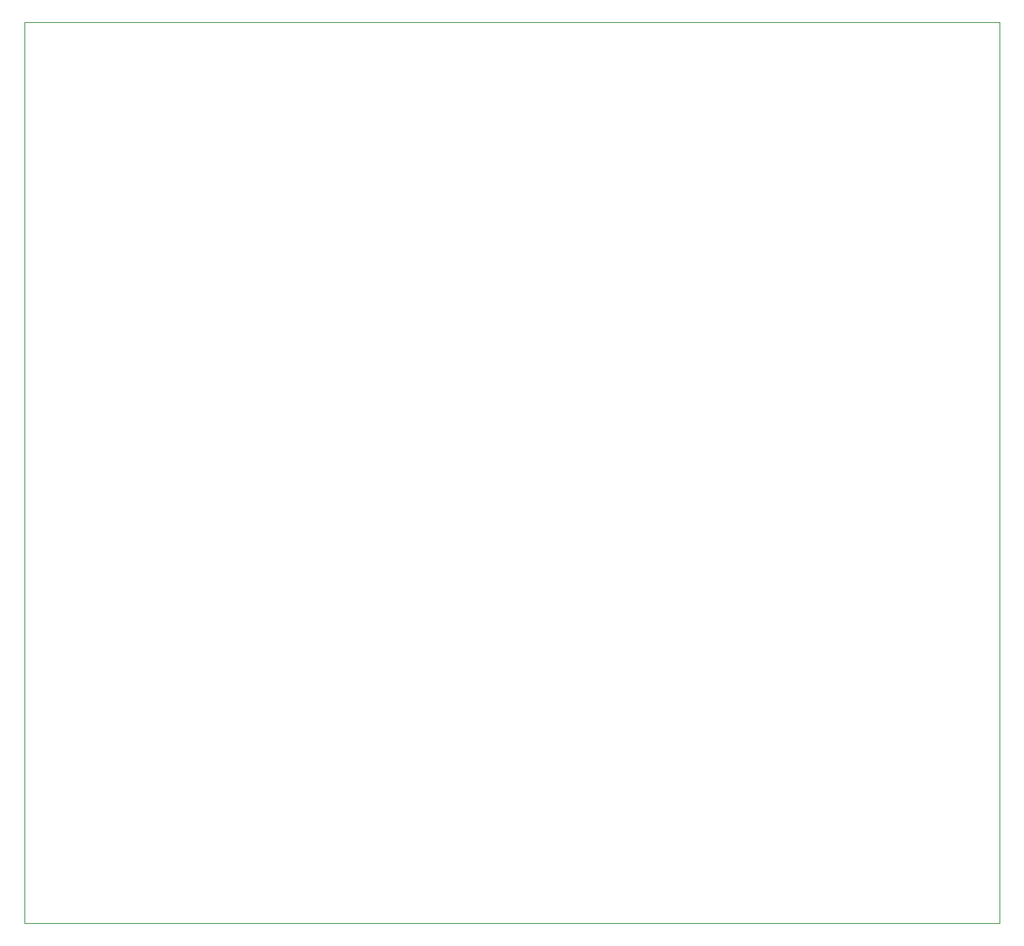
<source format=gm1>
%TF.GenerationSoftware,KiCad,Pcbnew,(5.1.12)-1*%
%TF.CreationDate,2022-12-02T08:38:14+01:00*%
%TF.ProjectId,LF_phase_detector,4c465f70-6861-4736-955f-646574656374,rev?*%
%TF.SameCoordinates,Original*%
%TF.FileFunction,Profile,NP*%
%FSLAX46Y46*%
G04 Gerber Fmt 4.6, Leading zero omitted, Abs format (unit mm)*
G04 Created by KiCad (PCBNEW (5.1.12)-1) date 2022-12-02 08:38:14*
%MOMM*%
%LPD*%
G01*
G04 APERTURE LIST*
%TA.AperFunction,Profile*%
%ADD10C,0.050000*%
%TD*%
G04 APERTURE END LIST*
D10*
X0Y-99822000D02*
X0Y0D01*
X107950000Y-99822000D02*
X0Y-99822000D01*
X107950000Y0D02*
X107950000Y-99822000D01*
X0Y0D02*
X107950000Y0D01*
M02*

</source>
